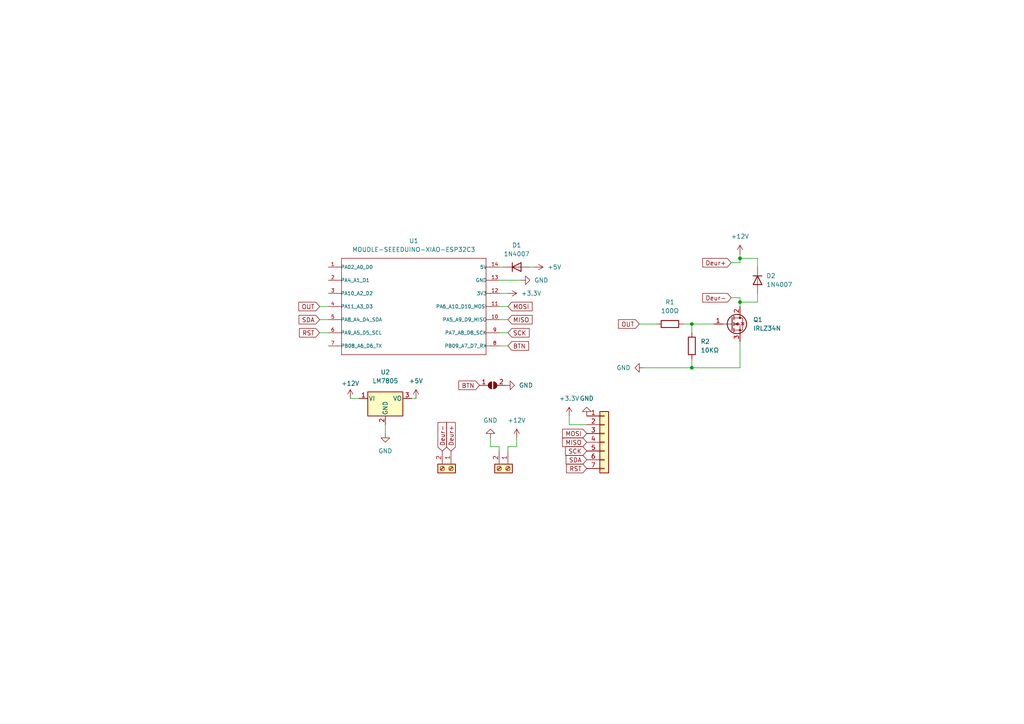
<source format=kicad_sch>
(kicad_sch (version 20211123) (generator eeschema)
  (paper "A4")
  (lib_symbols
    (symbol "Connector:Screw_Terminal_01x02" (pin_names (offset 1.016) hide)
      (property "Reference" "J" (at 0 2.54 0))
      (property "Value" "Screw_Terminal_01x02" (at 0 -5.08 0))
      (symbol "Screw_Terminal_01x02_1_1"
        (rectangle (start -1.27 1.27) (end 1.27 -3.81) (stroke (width 0.254)) (fill (type background)))
        (circle (center 0 -2.54) (radius 0.635) (stroke (width 0.1524)))
        (polyline (pts (xy -0.5334 -2.2098) (xy 0.3302 -3.048)) (stroke (width 0.1524)))
        (polyline (pts (xy -0.5334 0.3302) (xy 0.3302 -0.508)) (stroke (width 0.1524)))
        (polyline (pts (xy -0.3556 -2.032) (xy 0.508 -2.8702)) (stroke (width 0.1524)))
        (polyline (pts (xy -0.3556 0.508) (xy 0.508 -0.3302)) (stroke (width 0.1524)))
        (circle (center 0 0) (radius 0.635) (stroke (width 0.1524)))
        (pin passive line (at -5.08 0 0) (length 3.81) (name "Pin_1") (number "1"))
        (pin passive line (at -5.08 -2.54 0) (length 3.81) (name "Pin_2") (number "2"))
      )
    )
    (symbol "Connector_Generic:Conn_01x07" (pin_names (offset 1.016) hide)
      (property "Reference" "J" (at 0 10.16 0))
      (property "Value" "Conn_01x07" (at 0 -10.16 0))
      (symbol "Conn_01x07_1_1"
        (rectangle (start -1.27 -7.493) (end 0 -7.747) (stroke (width 0.1524)))
        (rectangle (start -1.27 -4.953) (end 0 -5.207) (stroke (width 0.1524)))
        (rectangle (start -1.27 -2.413) (end 0 -2.667) (stroke (width 0.1524)))
        (rectangle (start -1.27 0.127) (end 0 -0.127) (stroke (width 0.1524)))
        (rectangle (start -1.27 2.667) (end 0 2.413) (stroke (width 0.1524)))
        (rectangle (start -1.27 5.207) (end 0 4.953) (stroke (width 0.1524)))
        (rectangle (start -1.27 7.747) (end 0 7.493) (stroke (width 0.1524)))
        (rectangle (start -1.27 8.89) (end 1.27 -8.89) (stroke (width 0.254)) (fill (type background)))
        (pin passive line (at -5.08 7.62 0) (length 3.81) (name "Pin_1") (number "1"))
        (pin passive line (at -5.08 5.08 0) (length 3.81) (name "Pin_2") (number "2"))
        (pin passive line (at -5.08 2.54 0) (length 3.81) (name "Pin_3") (number "3"))
        (pin passive line (at -5.08 0 0) (length 3.81) (name "Pin_4") (number "4"))
        (pin passive line (at -5.08 -2.54 0) (length 3.81) (name "Pin_5") (number "5"))
        (pin passive line (at -5.08 -5.08 0) (length 3.81) (name "Pin_6") (number "6"))
        (pin passive line (at -5.08 -7.62 0) (length 3.81) (name "Pin_7") (number "7"))
      )
    )
    (symbol "Device:R" (pin_numbers hide) (pin_names (offset 0))
      (property "Reference" "R" (at 2.032 0 90))
      (property "Value" "R" (at 0 0 90))
      (symbol "R_0_1"
        (rectangle (start -1.016 -2.54) (end 1.016 2.54) (stroke (width 0.254)))
      )
      (symbol "R_1_1"
        (pin passive line (at 0 3.81 270) (length 1.27) (name "~") (number "1"))
        (pin passive line (at 0 -3.81 90) (length 1.27) (name "~") (number "2"))
      )
    )
    (symbol "Diode:1N4007" (pin_numbers hide) (pin_names (offset 1.016) hide)
      (property "Reference" "D" (at 0 2.54 0))
      (property "Value" "1N4007" (at 0 -2.54 0))
      (symbol "1N4007_0_1"
        (polyline (pts (xy -1.27 1.27) (xy -1.27 -1.27)) (stroke (width 0.254)))
        (polyline (pts (xy 1.27 0) (xy -1.27 0)))
        (polyline (pts (xy 1.27 1.27) (xy 1.27 -1.27) (xy -1.27 0) (xy 1.27 1.27)) (stroke (width 0.254)))
      )
      (symbol "1N4007_1_1"
        (pin passive line (at -3.81 0 0) (length 2.54) (name "K") (number "1"))
        (pin passive line (at 3.81 0 180) (length 2.54) (name "A") (number "2"))
      )
    )
    (symbol "Jumper:SolderJumper_2_Open" (pin_names (offset 0) hide)
      (property "Reference" "JP" (at 0 2.032 0))
      (property "Value" "SolderJumper_2_Open" (at 0 -2.54 0))
      (symbol "SolderJumper_2_Open_0_1"
        (arc (start -0.254 1.016) (mid -1.27 0) (end -0.254 -1.016))
        (arc (start -0.254 1.016) (mid -1.27 0) (end -0.254 -1.016) (fill (type outline)))
        (polyline (pts (xy -0.254 1.016) (xy -0.254 -1.016)))
        (polyline (pts (xy 0.254 1.016) (xy 0.254 -1.016)))
        (arc (start 0.254 -1.016) (mid 1.27 0) (end 0.254 1.016))
        (arc (start 0.254 -1.016) (mid 1.27 0) (end 0.254 1.016) (fill (type outline)))
      )
      (symbol "SolderJumper_2_Open_1_1"
        (pin passive line (at -3.81 0 0) (length 2.54) (name "A") (number "1"))
        (pin passive line (at 3.81 0 180) (length 2.54) (name "B") (number "2"))
      )
    )
    (symbol "MOUDLE-SEEEDUINO-XIAO-ESP32C3:MOUDLE-SEEEDUINO-XIAO-ESP32C3" (pin_names (offset 1.016))
      (property "Reference" "U" (at -21.59 15.24 0))
      (property "Value" "MOUDLE-SEEEDUINO-XIAO-ESP32C3" (at -21.59 13.97 0))
      (symbol "MOUDLE-SEEEDUINO-XIAO-ESP32C3_0_0"
        (polyline (pts (xy -21.59 -13.97) (xy -21.59 0)) (stroke (width 0.1524)))
        (polyline (pts (xy -21.59 -11.43) (xy -22.86 -11.43)) (stroke (width 0.1524)))
        (polyline (pts (xy -21.59 -7.62) (xy -22.86 -7.62)) (stroke (width 0.1524)))
        (polyline (pts (xy -21.59 -3.81) (xy -22.86 -3.81)) (stroke (width 0.1524)))
        (polyline (pts (xy -21.59 0) (xy -22.86 0)) (stroke (width 0.1524)))
        (polyline (pts (xy -21.59 0) (xy -21.59 3.81)) (stroke (width 0.1524)))
        (polyline (pts (xy -21.59 3.81) (xy -22.86 3.81)) (stroke (width 0.1524)))
        (polyline (pts (xy -21.59 3.81) (xy -21.59 7.62)) (stroke (width 0.1524)))
        (polyline (pts (xy -21.59 7.62) (xy -22.86 7.62)) (stroke (width 0.1524)))
        (polyline (pts (xy -21.59 7.62) (xy -21.59 11.43)) (stroke (width 0.1524)))
        (polyline (pts (xy -21.59 11.43) (xy -22.86 11.43)) (stroke (width 0.1524)))
        (polyline (pts (xy -21.59 11.43) (xy -21.59 13.97)) (stroke (width 0.1524)))
        (polyline (pts (xy -21.59 13.97) (xy 20.32 13.97)) (stroke (width 0.1524)))
        (polyline (pts (xy 20.32 -13.97) (xy -21.59 -13.97)) (stroke (width 0.1524)))
        (polyline (pts (xy 20.32 3.81) (xy 20.32 -13.97)) (stroke (width 0.1524)))
        (polyline (pts (xy 20.32 7.62) (xy 20.32 3.81)) (stroke (width 0.1524)))
        (polyline (pts (xy 20.32 11.43) (xy 20.32 7.62)) (stroke (width 0.1524)))
        (polyline (pts (xy 20.32 13.97) (xy 20.32 11.43)) (stroke (width 0.1524)))
        (polyline (pts (xy 21.59 -11.43) (xy 20.32 -11.43)) (stroke (width 0.1524)))
        (polyline (pts (xy 21.59 -7.62) (xy 20.32 -7.62)) (stroke (width 0.1524)))
        (polyline (pts (xy 21.59 -3.81) (xy 20.32 -3.81)) (stroke (width 0.1524)))
        (polyline (pts (xy 21.59 0) (xy 20.32 0)) (stroke (width 0.1524)))
        (polyline (pts (xy 21.59 3.81) (xy 20.32 3.81)) (stroke (width 0.1524)))
        (polyline (pts (xy 21.59 7.62) (xy 20.32 7.62)) (stroke (width 0.1524)))
        (polyline (pts (xy 21.59 11.43) (xy 20.32 11.43)) (stroke (width 0.1524)))
        (pin bidirectional line (at -25.4 11.43 0) (length 2.54) (name "PA02_A0_D0") (number "1"))
        (pin bidirectional line (at 24.13 -3.81 180) (length 2.54) (name "PA5_A9_D9_MISO") (number "10"))
        (pin bidirectional line (at 24.13 0 180) (length 2.54) (name "PA6_A10_D10_MOSI") (number "11"))
        (pin bidirectional line (at 24.13 3.81 180) (length 2.54) (name "3V3") (number "12"))
        (pin bidirectional line (at 24.13 7.62 180) (length 2.54) (name "GND") (number "13"))
        (pin bidirectional line (at 24.13 11.43 180) (length 2.54) (name "5V") (number "14"))
        (pin bidirectional line (at -25.4 7.62 0) (length 2.54) (name "PA4_A1_D1") (number "2"))
        (pin bidirectional line (at -25.4 3.81 0) (length 2.54) (name "PA10_A2_D2") (number "3"))
        (pin bidirectional line (at -25.4 0 0) (length 2.54) (name "PA11_A3_D3") (number "4"))
        (pin bidirectional line (at -25.4 -3.81 0) (length 2.54) (name "PA8_A4_D4_SDA") (number "5"))
        (pin bidirectional line (at -25.4 -7.62 0) (length 2.54) (name "PA9_A5_D5_SCL") (number "6"))
        (pin bidirectional line (at -25.4 -11.43 0) (length 2.54) (name "PB08_A6_D6_TX") (number "7"))
        (pin bidirectional line (at 24.13 -11.43 180) (length 2.54) (name "PB09_A7_D7_RX") (number "8"))
        (pin bidirectional line (at 24.13 -7.62 180) (length 2.54) (name "PA7_A8_D8_SCK") (number "9"))
      )
    )
    (symbol "Regulator_Linear:LM7805_TO220" (pin_names (offset 0.254))
      (property "Reference" "U" (at -3.81 3.175 0))
      (property "Value" "LM7805_TO220" (at 0 3.175 0))
      (symbol "LM7805_TO220_0_1"
        (rectangle (start -5.08 1.905) (end 5.08 -5.08) (stroke (width 0.254)) (fill (type background)))
      )
      (symbol "LM7805_TO220_1_1"
        (pin power_in line (at -7.62 0 0) (length 2.54) (name "VI") (number "1"))
        (pin power_in line (at 0 -7.62 90) (length 2.54) (name "GND") (number "2"))
        (pin power_out line (at 7.62 0 180) (length 2.54) (name "VO") (number "3"))
      )
    )
    (symbol "Transistor_FET:IRLZ34N" (pin_names hide)
      (property "Reference" "Q" (at 6.35 1.905 0))
      (property "Value" "IRLZ34N" (at 6.35 0 0))
      (symbol "IRLZ34N_0_1"
        (polyline (pts (xy 0.254 0) (xy -2.54 0)))
        (polyline (pts (xy 0.254 1.905) (xy 0.254 -1.905)) (stroke (width 0.254)))
        (polyline (pts (xy 0.762 -1.27) (xy 0.762 -2.286)) (stroke (width 0.254)))
        (polyline (pts (xy 0.762 0.508) (xy 0.762 -0.508)) (stroke (width 0.254)))
        (polyline (pts (xy 0.762 2.286) (xy 0.762 1.27)) (stroke (width 0.254)))
        (polyline (pts (xy 2.54 2.54) (xy 2.54 1.778)))
        (polyline (pts (xy 2.54 -2.54) (xy 2.54 0) (xy 0.762 0)))
        (polyline (pts (xy 0.762 -1.778) (xy 3.302 -1.778) (xy 3.302 1.778) (xy 0.762 1.778)))
        (polyline (pts (xy 1.016 0) (xy 2.032 0.381) (xy 2.032 -0.381) (xy 1.016 0)) (fill (type outline)))
        (polyline (pts (xy 2.794 0.508) (xy 2.921 0.381) (xy 3.683 0.381) (xy 3.81 0.254)))
        (polyline (pts (xy 3.302 0.381) (xy 2.921 -0.254) (xy 3.683 -0.254) (xy 3.302 0.381)))
        (circle (center 1.651 0) (radius 2.794) (stroke (width 0.254)))
        (circle (center 2.54 -1.778) (radius 0.254) (fill (type outline)))
        (circle (center 2.54 1.778) (radius 0.254) (fill (type outline)))
      )
      (symbol "IRLZ34N_1_1"
        (pin input line (at -5.08 0 0) (length 2.54) (name "G") (number "1"))
        (pin passive line (at 2.54 5.08 270) (length 2.54) (name "D") (number "2"))
        (pin passive line (at 2.54 -5.08 90) (length 2.54) (name "S") (number "3"))
      )
    )
    (symbol "power:+12V" (power) (pin_names (offset 0))
      (property "Value" "+12V" (at 0 3.556 0))
      (symbol "+12V_0_1"
        (polyline (pts (xy -0.762 1.27) (xy 0 2.54)))
        (polyline (pts (xy 0 0) (xy 0 2.54)))
        (polyline (pts (xy 0 2.54) (xy 0.762 1.27)))
      )
      (symbol "+12V_1_1"
        (pin power_in line (at 0 0 90) (length 0) hide (name "+12V") (number "1"))
      )
    )
    (symbol "power:+3.3V" (power) (pin_names (offset 0))
      (property "Value" "+3.3V" (at 0 3.556 0))
      (symbol "+3.3V_0_1"
        (polyline (pts (xy -0.762 1.27) (xy 0 2.54)))
        (polyline (pts (xy 0 0) (xy 0 2.54)))
        (polyline (pts (xy 0 2.54) (xy 0.762 1.27)))
      )
      (symbol "+3.3V_1_1"
        (pin power_in line (at 0 0 90) (length 0) hide (name "+3.3V") (number "1"))
      )
    )
    (symbol "power:+5V" (power) (pin_names (offset 0))
      (property "Value" "+5V" (at 0 3.556 0))
      (symbol "+5V_0_1"
        (polyline (pts (xy -0.762 1.27) (xy 0 2.54)))
        (polyline (pts (xy 0 0) (xy 0 2.54)))
        (polyline (pts (xy 0 2.54) (xy 0.762 1.27)))
      )
      (symbol "+5V_1_1"
        (pin power_in line (at 0 0 90) (length 0) hide (name "+5V") (number "1"))
      )
    )
    (symbol "power:GND" (power) (pin_names (offset 0))
      (property "Value" "GND" (at 0 -3.81 0))
      (symbol "GND_0_1"
        (polyline (pts (xy 0 0) (xy 0 -1.27) (xy 1.27 -1.27) (xy 0 -2.54) (xy -1.27 -1.27) (xy 0 -1.27)))
      )
      (symbol "GND_1_1"
        (pin power_in line (at 0 0 270) (length 0) hide (name "GND") (number "1"))
      )
    )
  )
  (junction (at 214.63 74.93))
  (junction (at 200.66 106.68))
  (junction (at 214.63 87.63))
  (junction (at 200.66 93.98))
  (wire (pts (xy 200.66 93.98) (xy 207.01 93.98)))
  (wire (pts (xy 144.78 81.28) (xy 151.13 81.28)))
  (wire (pts (xy 144.78 88.9) (xy 147.32 88.9)))
  (wire (pts (xy 144.78 92.71) (xy 147.32 92.71)))
  (wire (pts (xy 212.09 86.36) (xy 214.63 86.36)))
  (wire (pts (xy 92.71 92.71) (xy 95.25 92.71)))
  (wire (pts (xy 92.71 88.9) (xy 95.25 88.9)))
  (wire (pts (xy 219.71 87.63) (xy 214.63 87.63)))
  (wire (pts (xy 147.32 129.54) (xy 149.86 129.54)))
  (wire (pts (xy 198.12 93.98) (xy 200.66 93.98)))
  (wire (pts (xy 214.63 74.93) (xy 219.71 74.93)))
  (wire (pts (xy 142.24 129.54) (xy 144.78 129.54)))
  (wire (pts (xy 219.71 74.93) (xy 219.71 77.47)))
  (wire (pts (xy 186.69 106.68) (xy 200.66 106.68)))
  (wire (pts (xy 165.1 123.19) (xy 165.1 120.65)))
  (wire (pts (xy 153.67 77.47) (xy 154.94 77.47)))
  (wire (pts (xy 92.71 96.52) (xy 95.25 96.52)))
  (wire (pts (xy 214.63 99.06) (xy 214.63 106.68)))
  (wire (pts (xy 185.42 93.98) (xy 190.5 93.98)))
  (wire (pts (xy 200.66 104.14) (xy 200.66 106.68)))
  (wire (pts (xy 144.78 129.54) (xy 144.78 130.81)))
  (wire (pts (xy 219.71 85.09) (xy 219.71 87.63)))
  (wire (pts (xy 120.65 115.57) (xy 119.38 115.57)))
  (wire (pts (xy 144.78 100.33) (xy 147.32 100.33)))
  (wire (pts (xy 149.86 129.54) (xy 149.86 127)))
  (wire (pts (xy 170.18 123.19) (xy 165.1 123.19)))
  (wire (pts (xy 144.78 77.47) (xy 146.05 77.47)))
  (wire (pts (xy 111.76 123.19) (xy 111.76 125.73)))
  (wire (pts (xy 214.63 87.63) (xy 214.63 86.36)))
  (wire (pts (xy 144.78 96.52) (xy 147.32 96.52)))
  (wire (pts (xy 214.63 73.66) (xy 214.63 74.93)))
  (wire (pts (xy 144.78 85.09) (xy 147.32 85.09)))
  (wire (pts (xy 200.66 93.98) (xy 200.66 96.52)))
  (wire (pts (xy 200.66 106.68) (xy 214.63 106.68)))
  (wire (pts (xy 142.24 127) (xy 142.24 129.54)))
  (wire (pts (xy 147.32 130.81) (xy 147.32 129.54)))
  (wire (pts (xy 101.6 115.57) (xy 104.14 115.57)))
  (wire (pts (xy 214.63 87.63) (xy 214.63 88.9)))
  (wire (pts (xy 212.09 76.2) (xy 214.63 76.2)))
  (wire (pts (xy 214.63 74.93) (xy 214.63 76.2)))
  (global_label "BTN" (shape input) (at 147.32 100.33 0) (property "Intersheet References" "${INTERSHEET_REFS}" (effects hide)))
  (global_label "Deur-" (shape input) (at 128.27 130.81 90) (property "Intersheet References" "${INTERSHEET_REFS}" (effects hide)))
  (global_label "SDA" (shape input) (at 92.71 92.71 180) (property "Intersheet References" "${INTERSHEET_REFS}" (effects hide)))
  (global_label "Deur+" (shape input) (at 212.09 76.2 180) (property "Intersheet References" "${INTERSHEET_REFS}" (effects hide)))
  (global_label "MOSI" (shape input) (at 147.32 88.9 0) (property "Intersheet References" "${INTERSHEET_REFS}" (effects hide)))
  (global_label "OUT" (shape input) (at 185.42 93.98 180) (property "Intersheet References" "${INTERSHEET_REFS}" (effects hide)))
  (global_label "BTN" (shape input) (at 139.065 111.76 180) (property "Intersheet References" "${INTERSHEET_REFS}" (effects hide)))
  (global_label "Deur-" (shape input) (at 212.09 86.36 180) (property "Intersheet References" "${INTERSHEET_REFS}" (effects hide)))
  (global_label "OUT" (shape input) (at 92.71 88.9 180) (property "Intersheet References" "${INTERSHEET_REFS}" (effects hide)))
  (global_label "RST" (shape input) (at 170.18 135.89 180) (property "Intersheet References" "${INTERSHEET_REFS}" (effects hide)))
  (global_label "SCK" (shape input) (at 147.32 96.52 0) (property "Intersheet References" "${INTERSHEET_REFS}" (effects hide)))
  (global_label "SDA" (shape input) (at 170.18 133.35 180) (property "Intersheet References" "${INTERSHEET_REFS}" (effects hide)))
  (global_label "Deur+" (shape input) (at 130.81 130.81 90) (property "Intersheet References" "${INTERSHEET_REFS}" (effects hide)))
  (global_label "SCK" (shape input) (at 170.18 130.81 180) (property "Intersheet References" "${INTERSHEET_REFS}" (effects hide)))
  (global_label "MISO" (shape input) (at 170.18 128.27 180) (property "Intersheet References" "${INTERSHEET_REFS}" (effects hide)))
  (global_label "MISO" (shape input) (at 147.32 92.71 0) (property "Intersheet References" "${INTERSHEET_REFS}" (effects hide)))
  (global_label "MOSI" (shape input) (at 170.18 125.73 180) (property "Intersheet References" "${INTERSHEET_REFS}" (effects hide)))
  (global_label "RST" (shape input) (at 92.71 96.52 180) (property "Intersheet References" "${INTERSHEET_REFS}" (effects hide)))
  (symbol (lib_id "power:GND") (at 186.69 106.68 270) (unit 1)
    (property "Reference" "#PWR0136" (effects hide))
    (property "Value" "GND" (at 182.88 106.6799 90) (effects (justify right)))
  )
  (symbol (lib_id "power:+5V") (at 120.65 115.57 0) (unit 1)
    (property "Reference" "#PWR0102" (effects hide))
    (property "Value" "+5V" (at 120.65 110.49 0))
  )
  (symbol (lib_id "Diode:1N4007") (at 219.71 81.28 270) (unit 1)
    (property "Reference" "D2" (at 222.25 80.0099 90) (effects (justify left)))
    (property "Value" "1N4007" (at 222.25 82.5499 90) (effects (justify left)))
    (property "Footprint" "Diode_THT:D_DO-41_SOD81_P10.16mm_Horizontal" (effects hide))
    (property "Datasheet" "http://www.vishay.com/docs/88503/1n4001.pdf" (effects hide))
  )
  (symbol (lib_id "power:GND") (at 146.685 111.76 90) (unit 1)
    (property "Reference" "#PWR0103" (effects hide))
    (property "Value" "GND" (at 150.495 111.7599 90) (effects (justify right)))
  )
  (symbol (lib_id "power:+12V") (at 101.6 115.57 0) (mirror y) (unit 1)
    (property "Reference" "#PWR0144" (effects hide))
    (property "Value" "+12V" (at 101.6 110.49 0) (effects (justify top)))
  )
  (symbol (lib_id "MOUDLE-SEEEDUINO-XIAO-ESP32C3:MOUDLE-SEEEDUINO-XIAO-ESP32C3") (at 120.65 88.9 0) (unit 1)
    (property "Reference" "U1" (at 120.015 69.85 0))
    (property "Value" "MOUDLE-SEEEDUINO-XIAO-ESP32C3" (at 120.015 72.39 0))
    (property "Footprint" "xiao ESP32C3_PCB:MOUDLE14P-SMD-2.54-21X17.8MM-HOLE" (effects hide))
  )
  (symbol (lib_id "power:GND") (at 151.13 81.28 90) (unit 1)
    (property "Reference" "#PWR0142" (effects hide))
    (property "Value" "GND" (at 154.94 81.2799 90) (effects (justify right)))
  )
  (symbol (lib_id "Diode:1N4007") (at 149.86 77.47 0) (unit 1)
    (property "Reference" "D1" (at 149.86 71.12 0))
    (property "Value" "1N4007" (at 149.86 73.66 0))
    (property "Footprint" "Diode_THT:D_DO-41_SOD81_P10.16mm_Horizontal" (effects hide))
    (property "Datasheet" "http://www.vishay.com/docs/88503/1n4001.pdf" (effects hide))
  )
  (symbol (lib_id "power:GND") (at 170.18 120.65 180) (unit 1)
    (property "Reference" "#PWR0138" (effects hide))
    (property "Value" "GND" (at 170.18 115.57 0))
  )
  (symbol (lib_id "power:+12V") (at 149.86 127 0) (unit 1)
    (property "Reference" "#PWR0140" (effects hide))
    (property "Value" "+12V" (at 149.86 121.92 0))
  )
  (symbol (lib_id "Transistor_FET:IRLZ34N") (at 212.09 93.98 0) (unit 1)
    (property "Reference" "Q1" (at 218.44 92.7099 0) (effects (justify left)))
    (property "Value" "IRLZ34N" (at 218.44 95.2499 0) (effects (justify left)))
    (property "Footprint" "Package_TO_SOT_THT:TO-220-3_Vertical" (effects hide))
    (property "Datasheet" "http://www.infineon.com/dgdl/irlz34npbf.pdf?fileId=5546d462533600a40153567206892720" (effects hide))
  )
  (symbol (lib_id "Connector:Screw_Terminal_01x02") (at 130.81 135.89 270) (unit 1)
    (property "Reference" "J2" (effects hide))
    (property "Value" "Screw_Terminal_01x02" (effects hide))
    (property "Footprint" "TerminalBlock:TerminalBlock_bornier-2_P5.08mm" (effects hide))
  )
  (symbol (lib_id "power:+3.3V") (at 165.1 120.65 0) (unit 1)
    (property "Reference" "#PWR0137" (effects hide))
    (property "Value" "+3.3V" (at 165.1 115.57 0))
  )
  (symbol (lib_id "power:+3.3V") (at 147.32 85.09 270) (unit 1)
    (property "Reference" "#PWR0139" (effects hide))
    (property "Value" "+3.3V" (at 151.13 85.0899 90) (effects (justify left)))
  )
  (symbol (lib_id "power:+12V") (at 214.63 73.66 0) (unit 1)
    (property "Reference" "#PWR0135" (effects hide))
    (property "Value" "+12V" (at 214.63 68.58 0))
  )
  (symbol (lib_id "Connector:Screw_Terminal_01x02") (at 147.32 135.89 270) (unit 1)
    (property "Reference" "J1" (effects hide))
    (property "Value" "Screw_Terminal_01x02" (effects hide))
    (property "Footprint" "TerminalBlock:TerminalBlock_bornier-2_P5.08mm" (effects hide))
  )
  (symbol (lib_id "power:GND") (at 111.76 125.73 0) (unit 1)
    (property "Reference" "#PWR0101" (effects hide))
    (property "Value" "GND" (at 111.76 130.81 0))
  )
  (symbol (lib_id "Device:R") (at 200.66 100.33 180) (unit 1)
    (property "Reference" "R2" (at 203.2 99.0599 0) (effects (justify right)))
    (property "Value" "10KΩ" (at 203.2 101.5999 0) (effects (justify right)))
    (property "Footprint" "Resistor_THT:R_Axial_DIN0204_L3.6mm_D1.6mm_P7.62mm_Horizontal" (effects hide))
  )
  (symbol (lib_id "Device:R") (at 194.31 93.98 90) (unit 1)
    (property "Reference" "R1" (at 194.31 87.63 90))
    (property "Value" "100Ω" (at 194.31 90.17 90))
    (property "Footprint" "Resistor_THT:R_Axial_DIN0204_L3.6mm_D1.6mm_P7.62mm_Horizontal" (effects hide))
  )
  (symbol (lib_id "Jumper:SolderJumper_2_Open") (at 142.875 111.76 0) (unit 1)
    (property "Reference" "JP1" (effects hide))
    (property "Value" "SolderJumper_2_Open" (effects hide))
    (property "Footprint" "Jumper:SolderJumper-2_P1.3mm_Open_Pad1.0x1.5mm" (effects hide))
  )
  (symbol (lib_id "Regulator_Linear:LM7805_TO220") (at 111.76 115.57 0) (unit 1)
    (property "Reference" "U2" (at 111.76 107.95 0))
    (property "Value" "LM7805" (at 111.76 110.49 0))
    (property "Footprint" "Package_TO_SOT_THT:TO-220-3_Vertical" (effects hide))
    (property "Datasheet" "https://www.onsemi.cn/PowerSolutions/document/MC7800-D.PDF" (effects hide))
  )
  (symbol (lib_id "power:+5V") (at 154.94 77.47 270) (unit 1)
    (property "Reference" "#PWR0141" (effects hide))
    (property "Value" "+5V" (at 158.75 77.4699 90) (effects (justify left)))
  )
  (symbol (lib_id "power:GND") (at 142.24 127 180) (unit 1)
    (property "Reference" "#PWR0146" (effects hide))
    (property "Value" "GND" (at 142.24 121.92 0))
  )
  (symbol (lib_id "Connector_Generic:Conn_01x07") (at 175.26 128.27 0) (unit 1)
    (property "Reference" "J9" (effects hide))
    (property "Value" "Conn_01x07" (effects hide))
    (property "Footprint" "Connector_PinSocket_2.54mm:PinSocket_1x07_P2.54mm_Vertical" (effects hide))
  )
)
</source>
